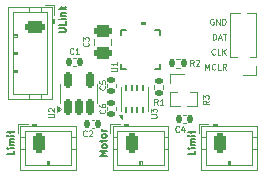
<source format=gto>
G04 #@! TF.GenerationSoftware,KiCad,Pcbnew,9.0.0*
G04 #@! TF.CreationDate,2025-03-03T20:11:52-05:00*
G04 #@! TF.ProjectId,pcb,7063622e-6b69-4636-9164-5f7063625858,rev?*
G04 #@! TF.SameCoordinates,Original*
G04 #@! TF.FileFunction,Legend,Top*
G04 #@! TF.FilePolarity,Positive*
%FSLAX46Y46*%
G04 Gerber Fmt 4.6, Leading zero omitted, Abs format (unit mm)*
G04 Created by KiCad (PCBNEW 9.0.0) date 2025-03-03 20:11:52*
%MOMM*%
%LPD*%
G01*
G04 APERTURE LIST*
G04 Aperture macros list*
%AMRoundRect*
0 Rectangle with rounded corners*
0 $1 Rounding radius*
0 $2 $3 $4 $5 $6 $7 $8 $9 X,Y pos of 4 corners*
0 Add a 4 corners polygon primitive as box body*
4,1,4,$2,$3,$4,$5,$6,$7,$8,$9,$2,$3,0*
0 Add four circle primitives for the rounded corners*
1,1,$1+$1,$2,$3*
1,1,$1+$1,$4,$5*
1,1,$1+$1,$6,$7*
1,1,$1+$1,$8,$9*
0 Add four rect primitives between the rounded corners*
20,1,$1+$1,$2,$3,$4,$5,0*
20,1,$1+$1,$4,$5,$6,$7,0*
20,1,$1+$1,$6,$7,$8,$9,0*
20,1,$1+$1,$8,$9,$2,$3,0*%
G04 Aperture macros list end*
%ADD10C,0.125000*%
%ADD11C,0.150000*%
%ADD12C,0.120000*%
%ADD13C,0.152400*%
%ADD14C,0.000000*%
%ADD15RoundRect,0.250000X-0.265000X-0.615000X0.265000X-0.615000X0.265000X0.615000X-0.265000X0.615000X0*%
%ADD16O,1.030000X1.730000*%
%ADD17R,1.000000X1.000000*%
%ADD18O,1.000000X1.000000*%
%ADD19RoundRect,0.250000X-0.615000X0.265000X-0.615000X-0.265000X0.615000X-0.265000X0.615000X0.265000X0*%
%ADD20O,1.730000X1.030000*%
%ADD21RoundRect,0.140000X0.170000X-0.140000X0.170000X0.140000X-0.170000X0.140000X-0.170000X-0.140000X0*%
%ADD22RoundRect,0.140000X0.140000X0.170000X-0.140000X0.170000X-0.140000X-0.170000X0.140000X-0.170000X0*%
%ADD23RoundRect,0.140000X-0.140000X-0.170000X0.140000X-0.170000X0.140000X0.170000X-0.140000X0.170000X0*%
%ADD24RoundRect,0.250000X-0.475000X0.250000X-0.475000X-0.250000X0.475000X-0.250000X0.475000X0.250000X0*%
%ADD25R,0.254000X0.762000*%
%ADD26R,0.762000X0.254000*%
%ADD27R,1.498600X1.498600*%
%ADD28RoundRect,0.062500X0.062500X-0.187500X0.062500X0.187500X-0.062500X0.187500X-0.062500X-0.187500X0*%
%ADD29R,1.600000X0.900000*%
%ADD30RoundRect,0.150000X0.150000X-0.512500X0.150000X0.512500X-0.150000X0.512500X-0.150000X-0.512500X0*%
%ADD31RoundRect,0.135000X0.185000X-0.135000X0.185000X0.135000X-0.185000X0.135000X-0.185000X-0.135000X0*%
%ADD32RoundRect,0.135000X-0.135000X-0.185000X0.135000X-0.185000X0.135000X0.185000X-0.135000X0.185000X0*%
G04 APERTURE END LIST*
D10*
X163474906Y-95006119D02*
X163427287Y-94982309D01*
X163427287Y-94982309D02*
X163355858Y-94982309D01*
X163355858Y-94982309D02*
X163284430Y-95006119D01*
X163284430Y-95006119D02*
X163236811Y-95053738D01*
X163236811Y-95053738D02*
X163213001Y-95101357D01*
X163213001Y-95101357D02*
X163189192Y-95196595D01*
X163189192Y-95196595D02*
X163189192Y-95268023D01*
X163189192Y-95268023D02*
X163213001Y-95363261D01*
X163213001Y-95363261D02*
X163236811Y-95410880D01*
X163236811Y-95410880D02*
X163284430Y-95458500D01*
X163284430Y-95458500D02*
X163355858Y-95482309D01*
X163355858Y-95482309D02*
X163403477Y-95482309D01*
X163403477Y-95482309D02*
X163474906Y-95458500D01*
X163474906Y-95458500D02*
X163498715Y-95434690D01*
X163498715Y-95434690D02*
X163498715Y-95268023D01*
X163498715Y-95268023D02*
X163403477Y-95268023D01*
X163713001Y-95482309D02*
X163713001Y-94982309D01*
X163713001Y-94982309D02*
X163998715Y-95482309D01*
X163998715Y-95482309D02*
X163998715Y-94982309D01*
X164236811Y-95482309D02*
X164236811Y-94982309D01*
X164236811Y-94982309D02*
X164355859Y-94982309D01*
X164355859Y-94982309D02*
X164427287Y-95006119D01*
X164427287Y-95006119D02*
X164474906Y-95053738D01*
X164474906Y-95053738D02*
X164498716Y-95101357D01*
X164498716Y-95101357D02*
X164522525Y-95196595D01*
X164522525Y-95196595D02*
X164522525Y-95268023D01*
X164522525Y-95268023D02*
X164498716Y-95363261D01*
X164498716Y-95363261D02*
X164474906Y-95410880D01*
X164474906Y-95410880D02*
X164427287Y-95458500D01*
X164427287Y-95458500D02*
X164355859Y-95482309D01*
X164355859Y-95482309D02*
X164236811Y-95482309D01*
X163427288Y-96757309D02*
X163427288Y-96257309D01*
X163427288Y-96257309D02*
X163546336Y-96257309D01*
X163546336Y-96257309D02*
X163617764Y-96281119D01*
X163617764Y-96281119D02*
X163665383Y-96328738D01*
X163665383Y-96328738D02*
X163689193Y-96376357D01*
X163689193Y-96376357D02*
X163713002Y-96471595D01*
X163713002Y-96471595D02*
X163713002Y-96543023D01*
X163713002Y-96543023D02*
X163689193Y-96638261D01*
X163689193Y-96638261D02*
X163665383Y-96685880D01*
X163665383Y-96685880D02*
X163617764Y-96733500D01*
X163617764Y-96733500D02*
X163546336Y-96757309D01*
X163546336Y-96757309D02*
X163427288Y-96757309D01*
X163903479Y-96614452D02*
X164141574Y-96614452D01*
X163855860Y-96757309D02*
X164022526Y-96257309D01*
X164022526Y-96257309D02*
X164189193Y-96757309D01*
X164284431Y-96257309D02*
X164570145Y-96257309D01*
X164427288Y-96757309D02*
X164427288Y-96257309D01*
X163617763Y-97984690D02*
X163593954Y-98008500D01*
X163593954Y-98008500D02*
X163522525Y-98032309D01*
X163522525Y-98032309D02*
X163474906Y-98032309D01*
X163474906Y-98032309D02*
X163403478Y-98008500D01*
X163403478Y-98008500D02*
X163355859Y-97960880D01*
X163355859Y-97960880D02*
X163332049Y-97913261D01*
X163332049Y-97913261D02*
X163308240Y-97818023D01*
X163308240Y-97818023D02*
X163308240Y-97746595D01*
X163308240Y-97746595D02*
X163332049Y-97651357D01*
X163332049Y-97651357D02*
X163355859Y-97603738D01*
X163355859Y-97603738D02*
X163403478Y-97556119D01*
X163403478Y-97556119D02*
X163474906Y-97532309D01*
X163474906Y-97532309D02*
X163522525Y-97532309D01*
X163522525Y-97532309D02*
X163593954Y-97556119D01*
X163593954Y-97556119D02*
X163617763Y-97579928D01*
X164070144Y-98032309D02*
X163832049Y-98032309D01*
X163832049Y-98032309D02*
X163832049Y-97532309D01*
X164236811Y-98032309D02*
X164236811Y-97532309D01*
X164522525Y-98032309D02*
X164308240Y-97746595D01*
X164522525Y-97532309D02*
X164236811Y-97818023D01*
X162785620Y-99307309D02*
X162785620Y-98807309D01*
X162785620Y-98807309D02*
X162952287Y-99164452D01*
X162952287Y-99164452D02*
X163118953Y-98807309D01*
X163118953Y-98807309D02*
X163118953Y-99307309D01*
X163642763Y-99259690D02*
X163618954Y-99283500D01*
X163618954Y-99283500D02*
X163547525Y-99307309D01*
X163547525Y-99307309D02*
X163499906Y-99307309D01*
X163499906Y-99307309D02*
X163428478Y-99283500D01*
X163428478Y-99283500D02*
X163380859Y-99235880D01*
X163380859Y-99235880D02*
X163357049Y-99188261D01*
X163357049Y-99188261D02*
X163333240Y-99093023D01*
X163333240Y-99093023D02*
X163333240Y-99021595D01*
X163333240Y-99021595D02*
X163357049Y-98926357D01*
X163357049Y-98926357D02*
X163380859Y-98878738D01*
X163380859Y-98878738D02*
X163428478Y-98831119D01*
X163428478Y-98831119D02*
X163499906Y-98807309D01*
X163499906Y-98807309D02*
X163547525Y-98807309D01*
X163547525Y-98807309D02*
X163618954Y-98831119D01*
X163618954Y-98831119D02*
X163642763Y-98854928D01*
X164095144Y-99307309D02*
X163857049Y-99307309D01*
X163857049Y-99307309D02*
X163857049Y-98807309D01*
X164547525Y-99307309D02*
X164380859Y-99069214D01*
X164261811Y-99307309D02*
X164261811Y-98807309D01*
X164261811Y-98807309D02*
X164452287Y-98807309D01*
X164452287Y-98807309D02*
X164499906Y-98831119D01*
X164499906Y-98831119D02*
X164523716Y-98854928D01*
X164523716Y-98854928D02*
X164547525Y-98902547D01*
X164547525Y-98902547D02*
X164547525Y-98973976D01*
X164547525Y-98973976D02*
X164523716Y-99021595D01*
X164523716Y-99021595D02*
X164499906Y-99045404D01*
X164499906Y-99045404D02*
X164452287Y-99069214D01*
X164452287Y-99069214D02*
X164261811Y-99069214D01*
D11*
X154443771Y-106599999D02*
X153843771Y-106599999D01*
X153843771Y-106599999D02*
X154272342Y-106399999D01*
X154272342Y-106399999D02*
X153843771Y-106199999D01*
X153843771Y-106199999D02*
X154443771Y-106199999D01*
X154443771Y-105828571D02*
X154415200Y-105885714D01*
X154415200Y-105885714D02*
X154386628Y-105914285D01*
X154386628Y-105914285D02*
X154329485Y-105942857D01*
X154329485Y-105942857D02*
X154158057Y-105942857D01*
X154158057Y-105942857D02*
X154100914Y-105914285D01*
X154100914Y-105914285D02*
X154072342Y-105885714D01*
X154072342Y-105885714D02*
X154043771Y-105828571D01*
X154043771Y-105828571D02*
X154043771Y-105742857D01*
X154043771Y-105742857D02*
X154072342Y-105685714D01*
X154072342Y-105685714D02*
X154100914Y-105657143D01*
X154100914Y-105657143D02*
X154158057Y-105628571D01*
X154158057Y-105628571D02*
X154329485Y-105628571D01*
X154329485Y-105628571D02*
X154386628Y-105657143D01*
X154386628Y-105657143D02*
X154415200Y-105685714D01*
X154415200Y-105685714D02*
X154443771Y-105742857D01*
X154443771Y-105742857D02*
X154443771Y-105828571D01*
X154043771Y-105457143D02*
X154043771Y-105228571D01*
X153843771Y-105371428D02*
X154358057Y-105371428D01*
X154358057Y-105371428D02*
X154415200Y-105342857D01*
X154415200Y-105342857D02*
X154443771Y-105285714D01*
X154443771Y-105285714D02*
X154443771Y-105228571D01*
X154443771Y-104942857D02*
X154415200Y-105000000D01*
X154415200Y-105000000D02*
X154386628Y-105028571D01*
X154386628Y-105028571D02*
X154329485Y-105057143D01*
X154329485Y-105057143D02*
X154158057Y-105057143D01*
X154158057Y-105057143D02*
X154100914Y-105028571D01*
X154100914Y-105028571D02*
X154072342Y-105000000D01*
X154072342Y-105000000D02*
X154043771Y-104942857D01*
X154043771Y-104942857D02*
X154043771Y-104857143D01*
X154043771Y-104857143D02*
X154072342Y-104800000D01*
X154072342Y-104800000D02*
X154100914Y-104771429D01*
X154100914Y-104771429D02*
X154158057Y-104742857D01*
X154158057Y-104742857D02*
X154329485Y-104742857D01*
X154329485Y-104742857D02*
X154386628Y-104771429D01*
X154386628Y-104771429D02*
X154415200Y-104800000D01*
X154415200Y-104800000D02*
X154443771Y-104857143D01*
X154443771Y-104857143D02*
X154443771Y-104942857D01*
X154443771Y-104485714D02*
X154043771Y-104485714D01*
X154158057Y-104485714D02*
X154100914Y-104457143D01*
X154100914Y-104457143D02*
X154072342Y-104428572D01*
X154072342Y-104428572D02*
X154043771Y-104371429D01*
X154043771Y-104371429D02*
X154043771Y-104314286D01*
X161943771Y-106171427D02*
X161943771Y-106457141D01*
X161943771Y-106457141D02*
X161343771Y-106457141D01*
X161943771Y-105971427D02*
X161543771Y-105971427D01*
X161343771Y-105971427D02*
X161372342Y-105999999D01*
X161372342Y-105999999D02*
X161400914Y-105971427D01*
X161400914Y-105971427D02*
X161372342Y-105942856D01*
X161372342Y-105942856D02*
X161343771Y-105971427D01*
X161343771Y-105971427D02*
X161400914Y-105971427D01*
X161943771Y-105685713D02*
X161543771Y-105685713D01*
X161600914Y-105685713D02*
X161572342Y-105657142D01*
X161572342Y-105657142D02*
X161543771Y-105599999D01*
X161543771Y-105599999D02*
X161543771Y-105514285D01*
X161543771Y-105514285D02*
X161572342Y-105457142D01*
X161572342Y-105457142D02*
X161629485Y-105428571D01*
X161629485Y-105428571D02*
X161943771Y-105428571D01*
X161629485Y-105428571D02*
X161572342Y-105399999D01*
X161572342Y-105399999D02*
X161543771Y-105342856D01*
X161543771Y-105342856D02*
X161543771Y-105257142D01*
X161543771Y-105257142D02*
X161572342Y-105199999D01*
X161572342Y-105199999D02*
X161629485Y-105171428D01*
X161629485Y-105171428D02*
X161943771Y-105171428D01*
X161943771Y-104885713D02*
X161543771Y-104885713D01*
X161343771Y-104885713D02*
X161372342Y-104914285D01*
X161372342Y-104914285D02*
X161400914Y-104885713D01*
X161400914Y-104885713D02*
X161372342Y-104857142D01*
X161372342Y-104857142D02*
X161343771Y-104885713D01*
X161343771Y-104885713D02*
X161400914Y-104885713D01*
X161543771Y-104685714D02*
X161543771Y-104457142D01*
X161343771Y-104599999D02*
X161858057Y-104599999D01*
X161858057Y-104599999D02*
X161915200Y-104571428D01*
X161915200Y-104571428D02*
X161943771Y-104514285D01*
X161943771Y-104514285D02*
X161943771Y-104457142D01*
X146618771Y-106171427D02*
X146618771Y-106457141D01*
X146618771Y-106457141D02*
X146018771Y-106457141D01*
X146618771Y-105971427D02*
X146218771Y-105971427D01*
X146018771Y-105971427D02*
X146047342Y-105999999D01*
X146047342Y-105999999D02*
X146075914Y-105971427D01*
X146075914Y-105971427D02*
X146047342Y-105942856D01*
X146047342Y-105942856D02*
X146018771Y-105971427D01*
X146018771Y-105971427D02*
X146075914Y-105971427D01*
X146618771Y-105685713D02*
X146218771Y-105685713D01*
X146275914Y-105685713D02*
X146247342Y-105657142D01*
X146247342Y-105657142D02*
X146218771Y-105599999D01*
X146218771Y-105599999D02*
X146218771Y-105514285D01*
X146218771Y-105514285D02*
X146247342Y-105457142D01*
X146247342Y-105457142D02*
X146304485Y-105428571D01*
X146304485Y-105428571D02*
X146618771Y-105428571D01*
X146304485Y-105428571D02*
X146247342Y-105399999D01*
X146247342Y-105399999D02*
X146218771Y-105342856D01*
X146218771Y-105342856D02*
X146218771Y-105257142D01*
X146218771Y-105257142D02*
X146247342Y-105199999D01*
X146247342Y-105199999D02*
X146304485Y-105171428D01*
X146304485Y-105171428D02*
X146618771Y-105171428D01*
X146618771Y-104885713D02*
X146218771Y-104885713D01*
X146018771Y-104885713D02*
X146047342Y-104914285D01*
X146047342Y-104914285D02*
X146075914Y-104885713D01*
X146075914Y-104885713D02*
X146047342Y-104857142D01*
X146047342Y-104857142D02*
X146018771Y-104885713D01*
X146018771Y-104885713D02*
X146075914Y-104885713D01*
X146218771Y-104685714D02*
X146218771Y-104457142D01*
X146018771Y-104599999D02*
X146533057Y-104599999D01*
X146533057Y-104599999D02*
X146590200Y-104571428D01*
X146590200Y-104571428D02*
X146618771Y-104514285D01*
X146618771Y-104514285D02*
X146618771Y-104457142D01*
X150368771Y-96133458D02*
X150854485Y-96133458D01*
X150854485Y-96133458D02*
X150911628Y-96104887D01*
X150911628Y-96104887D02*
X150940200Y-96076316D01*
X150940200Y-96076316D02*
X150968771Y-96019173D01*
X150968771Y-96019173D02*
X150968771Y-95904887D01*
X150968771Y-95904887D02*
X150940200Y-95847744D01*
X150940200Y-95847744D02*
X150911628Y-95819173D01*
X150911628Y-95819173D02*
X150854485Y-95790601D01*
X150854485Y-95790601D02*
X150368771Y-95790601D01*
X150968771Y-95219173D02*
X150968771Y-95504887D01*
X150968771Y-95504887D02*
X150368771Y-95504887D01*
X150968771Y-95019173D02*
X150568771Y-95019173D01*
X150368771Y-95019173D02*
X150397342Y-95047745D01*
X150397342Y-95047745D02*
X150425914Y-95019173D01*
X150425914Y-95019173D02*
X150397342Y-94990602D01*
X150397342Y-94990602D02*
X150368771Y-95019173D01*
X150368771Y-95019173D02*
X150425914Y-95019173D01*
X150568771Y-94733459D02*
X150968771Y-94733459D01*
X150625914Y-94733459D02*
X150597342Y-94704888D01*
X150597342Y-94704888D02*
X150568771Y-94647745D01*
X150568771Y-94647745D02*
X150568771Y-94562031D01*
X150568771Y-94562031D02*
X150597342Y-94504888D01*
X150597342Y-94504888D02*
X150654485Y-94476317D01*
X150654485Y-94476317D02*
X150968771Y-94476317D01*
X150968771Y-94190602D02*
X150368771Y-94190602D01*
X150740200Y-94133460D02*
X150968771Y-93962031D01*
X150568771Y-93962031D02*
X150797342Y-94190602D01*
D10*
X163074809Y-101933333D02*
X162836714Y-102099999D01*
X163074809Y-102219047D02*
X162574809Y-102219047D01*
X162574809Y-102219047D02*
X162574809Y-102028571D01*
X162574809Y-102028571D02*
X162598619Y-101980952D01*
X162598619Y-101980952D02*
X162622428Y-101957142D01*
X162622428Y-101957142D02*
X162670047Y-101933333D01*
X162670047Y-101933333D02*
X162741476Y-101933333D01*
X162741476Y-101933333D02*
X162789095Y-101957142D01*
X162789095Y-101957142D02*
X162812904Y-101980952D01*
X162812904Y-101980952D02*
X162836714Y-102028571D01*
X162836714Y-102028571D02*
X162836714Y-102219047D01*
X162574809Y-101766666D02*
X162574809Y-101457142D01*
X162574809Y-101457142D02*
X162765285Y-101623809D01*
X162765285Y-101623809D02*
X162765285Y-101552380D01*
X162765285Y-101552380D02*
X162789095Y-101504761D01*
X162789095Y-101504761D02*
X162812904Y-101480952D01*
X162812904Y-101480952D02*
X162860523Y-101457142D01*
X162860523Y-101457142D02*
X162979571Y-101457142D01*
X162979571Y-101457142D02*
X163027190Y-101480952D01*
X163027190Y-101480952D02*
X163051000Y-101504761D01*
X163051000Y-101504761D02*
X163074809Y-101552380D01*
X163074809Y-101552380D02*
X163074809Y-101695237D01*
X163074809Y-101695237D02*
X163051000Y-101742856D01*
X163051000Y-101742856D02*
X163027190Y-101766666D01*
X154277190Y-102683333D02*
X154301000Y-102707142D01*
X154301000Y-102707142D02*
X154324809Y-102778571D01*
X154324809Y-102778571D02*
X154324809Y-102826190D01*
X154324809Y-102826190D02*
X154301000Y-102897618D01*
X154301000Y-102897618D02*
X154253380Y-102945237D01*
X154253380Y-102945237D02*
X154205761Y-102969047D01*
X154205761Y-102969047D02*
X154110523Y-102992856D01*
X154110523Y-102992856D02*
X154039095Y-102992856D01*
X154039095Y-102992856D02*
X153943857Y-102969047D01*
X153943857Y-102969047D02*
X153896238Y-102945237D01*
X153896238Y-102945237D02*
X153848619Y-102897618D01*
X153848619Y-102897618D02*
X153824809Y-102826190D01*
X153824809Y-102826190D02*
X153824809Y-102778571D01*
X153824809Y-102778571D02*
X153848619Y-102707142D01*
X153848619Y-102707142D02*
X153872428Y-102683333D01*
X153824809Y-102254761D02*
X153824809Y-102349999D01*
X153824809Y-102349999D02*
X153848619Y-102397618D01*
X153848619Y-102397618D02*
X153872428Y-102421428D01*
X153872428Y-102421428D02*
X153943857Y-102469047D01*
X153943857Y-102469047D02*
X154039095Y-102492856D01*
X154039095Y-102492856D02*
X154229571Y-102492856D01*
X154229571Y-102492856D02*
X154277190Y-102469047D01*
X154277190Y-102469047D02*
X154301000Y-102445237D01*
X154301000Y-102445237D02*
X154324809Y-102397618D01*
X154324809Y-102397618D02*
X154324809Y-102302380D01*
X154324809Y-102302380D02*
X154301000Y-102254761D01*
X154301000Y-102254761D02*
X154277190Y-102230952D01*
X154277190Y-102230952D02*
X154229571Y-102207142D01*
X154229571Y-102207142D02*
X154110523Y-102207142D01*
X154110523Y-102207142D02*
X154062904Y-102230952D01*
X154062904Y-102230952D02*
X154039095Y-102254761D01*
X154039095Y-102254761D02*
X154015285Y-102302380D01*
X154015285Y-102302380D02*
X154015285Y-102397618D01*
X154015285Y-102397618D02*
X154039095Y-102445237D01*
X154039095Y-102445237D02*
X154062904Y-102469047D01*
X154062904Y-102469047D02*
X154110523Y-102492856D01*
X152741666Y-104902190D02*
X152717857Y-104926000D01*
X152717857Y-104926000D02*
X152646428Y-104949809D01*
X152646428Y-104949809D02*
X152598809Y-104949809D01*
X152598809Y-104949809D02*
X152527381Y-104926000D01*
X152527381Y-104926000D02*
X152479762Y-104878380D01*
X152479762Y-104878380D02*
X152455952Y-104830761D01*
X152455952Y-104830761D02*
X152432143Y-104735523D01*
X152432143Y-104735523D02*
X152432143Y-104664095D01*
X152432143Y-104664095D02*
X152455952Y-104568857D01*
X152455952Y-104568857D02*
X152479762Y-104521238D01*
X152479762Y-104521238D02*
X152527381Y-104473619D01*
X152527381Y-104473619D02*
X152598809Y-104449809D01*
X152598809Y-104449809D02*
X152646428Y-104449809D01*
X152646428Y-104449809D02*
X152717857Y-104473619D01*
X152717857Y-104473619D02*
X152741666Y-104497428D01*
X152932143Y-104497428D02*
X152955952Y-104473619D01*
X152955952Y-104473619D02*
X153003571Y-104449809D01*
X153003571Y-104449809D02*
X153122619Y-104449809D01*
X153122619Y-104449809D02*
X153170238Y-104473619D01*
X153170238Y-104473619D02*
X153194047Y-104497428D01*
X153194047Y-104497428D02*
X153217857Y-104545047D01*
X153217857Y-104545047D02*
X153217857Y-104592666D01*
X153217857Y-104592666D02*
X153194047Y-104664095D01*
X153194047Y-104664095D02*
X152908333Y-104949809D01*
X152908333Y-104949809D02*
X153217857Y-104949809D01*
X151616666Y-97927190D02*
X151592857Y-97951000D01*
X151592857Y-97951000D02*
X151521428Y-97974809D01*
X151521428Y-97974809D02*
X151473809Y-97974809D01*
X151473809Y-97974809D02*
X151402381Y-97951000D01*
X151402381Y-97951000D02*
X151354762Y-97903380D01*
X151354762Y-97903380D02*
X151330952Y-97855761D01*
X151330952Y-97855761D02*
X151307143Y-97760523D01*
X151307143Y-97760523D02*
X151307143Y-97689095D01*
X151307143Y-97689095D02*
X151330952Y-97593857D01*
X151330952Y-97593857D02*
X151354762Y-97546238D01*
X151354762Y-97546238D02*
X151402381Y-97498619D01*
X151402381Y-97498619D02*
X151473809Y-97474809D01*
X151473809Y-97474809D02*
X151521428Y-97474809D01*
X151521428Y-97474809D02*
X151592857Y-97498619D01*
X151592857Y-97498619D02*
X151616666Y-97522428D01*
X152092857Y-97974809D02*
X151807143Y-97974809D01*
X151950000Y-97974809D02*
X151950000Y-97474809D01*
X151950000Y-97474809D02*
X151902381Y-97546238D01*
X151902381Y-97546238D02*
X151854762Y-97593857D01*
X151854762Y-97593857D02*
X151807143Y-97617666D01*
X152877190Y-97033333D02*
X152901000Y-97057142D01*
X152901000Y-97057142D02*
X152924809Y-97128571D01*
X152924809Y-97128571D02*
X152924809Y-97176190D01*
X152924809Y-97176190D02*
X152901000Y-97247618D01*
X152901000Y-97247618D02*
X152853380Y-97295237D01*
X152853380Y-97295237D02*
X152805761Y-97319047D01*
X152805761Y-97319047D02*
X152710523Y-97342856D01*
X152710523Y-97342856D02*
X152639095Y-97342856D01*
X152639095Y-97342856D02*
X152543857Y-97319047D01*
X152543857Y-97319047D02*
X152496238Y-97295237D01*
X152496238Y-97295237D02*
X152448619Y-97247618D01*
X152448619Y-97247618D02*
X152424809Y-97176190D01*
X152424809Y-97176190D02*
X152424809Y-97128571D01*
X152424809Y-97128571D02*
X152448619Y-97057142D01*
X152448619Y-97057142D02*
X152472428Y-97033333D01*
X152424809Y-96866666D02*
X152424809Y-96557142D01*
X152424809Y-96557142D02*
X152615285Y-96723809D01*
X152615285Y-96723809D02*
X152615285Y-96652380D01*
X152615285Y-96652380D02*
X152639095Y-96604761D01*
X152639095Y-96604761D02*
X152662904Y-96580952D01*
X152662904Y-96580952D02*
X152710523Y-96557142D01*
X152710523Y-96557142D02*
X152829571Y-96557142D01*
X152829571Y-96557142D02*
X152877190Y-96580952D01*
X152877190Y-96580952D02*
X152901000Y-96604761D01*
X152901000Y-96604761D02*
X152924809Y-96652380D01*
X152924809Y-96652380D02*
X152924809Y-96795237D01*
X152924809Y-96795237D02*
X152901000Y-96842856D01*
X152901000Y-96842856D02*
X152877190Y-96866666D01*
X154824809Y-99430952D02*
X155229571Y-99430952D01*
X155229571Y-99430952D02*
X155277190Y-99407142D01*
X155277190Y-99407142D02*
X155301000Y-99383333D01*
X155301000Y-99383333D02*
X155324809Y-99335714D01*
X155324809Y-99335714D02*
X155324809Y-99240476D01*
X155324809Y-99240476D02*
X155301000Y-99192857D01*
X155301000Y-99192857D02*
X155277190Y-99169047D01*
X155277190Y-99169047D02*
X155229571Y-99145238D01*
X155229571Y-99145238D02*
X154824809Y-99145238D01*
X155324809Y-98645237D02*
X155324809Y-98930951D01*
X155324809Y-98788094D02*
X154824809Y-98788094D01*
X154824809Y-98788094D02*
X154896238Y-98835713D01*
X154896238Y-98835713D02*
X154943857Y-98883332D01*
X154943857Y-98883332D02*
X154967666Y-98930951D01*
X154277190Y-100683333D02*
X154301000Y-100707142D01*
X154301000Y-100707142D02*
X154324809Y-100778571D01*
X154324809Y-100778571D02*
X154324809Y-100826190D01*
X154324809Y-100826190D02*
X154301000Y-100897618D01*
X154301000Y-100897618D02*
X154253380Y-100945237D01*
X154253380Y-100945237D02*
X154205761Y-100969047D01*
X154205761Y-100969047D02*
X154110523Y-100992856D01*
X154110523Y-100992856D02*
X154039095Y-100992856D01*
X154039095Y-100992856D02*
X153943857Y-100969047D01*
X153943857Y-100969047D02*
X153896238Y-100945237D01*
X153896238Y-100945237D02*
X153848619Y-100897618D01*
X153848619Y-100897618D02*
X153824809Y-100826190D01*
X153824809Y-100826190D02*
X153824809Y-100778571D01*
X153824809Y-100778571D02*
X153848619Y-100707142D01*
X153848619Y-100707142D02*
X153872428Y-100683333D01*
X153824809Y-100230952D02*
X153824809Y-100469047D01*
X153824809Y-100469047D02*
X154062904Y-100492856D01*
X154062904Y-100492856D02*
X154039095Y-100469047D01*
X154039095Y-100469047D02*
X154015285Y-100421428D01*
X154015285Y-100421428D02*
X154015285Y-100302380D01*
X154015285Y-100302380D02*
X154039095Y-100254761D01*
X154039095Y-100254761D02*
X154062904Y-100230952D01*
X154062904Y-100230952D02*
X154110523Y-100207142D01*
X154110523Y-100207142D02*
X154229571Y-100207142D01*
X154229571Y-100207142D02*
X154277190Y-100230952D01*
X154277190Y-100230952D02*
X154301000Y-100254761D01*
X154301000Y-100254761D02*
X154324809Y-100302380D01*
X154324809Y-100302380D02*
X154324809Y-100421428D01*
X154324809Y-100421428D02*
X154301000Y-100469047D01*
X154301000Y-100469047D02*
X154277190Y-100492856D01*
X158174809Y-103380952D02*
X158579571Y-103380952D01*
X158579571Y-103380952D02*
X158627190Y-103357142D01*
X158627190Y-103357142D02*
X158651000Y-103333333D01*
X158651000Y-103333333D02*
X158674809Y-103285714D01*
X158674809Y-103285714D02*
X158674809Y-103190476D01*
X158674809Y-103190476D02*
X158651000Y-103142857D01*
X158651000Y-103142857D02*
X158627190Y-103119047D01*
X158627190Y-103119047D02*
X158579571Y-103095238D01*
X158579571Y-103095238D02*
X158174809Y-103095238D01*
X158174809Y-102904761D02*
X158174809Y-102595237D01*
X158174809Y-102595237D02*
X158365285Y-102761904D01*
X158365285Y-102761904D02*
X158365285Y-102690475D01*
X158365285Y-102690475D02*
X158389095Y-102642856D01*
X158389095Y-102642856D02*
X158412904Y-102619047D01*
X158412904Y-102619047D02*
X158460523Y-102595237D01*
X158460523Y-102595237D02*
X158579571Y-102595237D01*
X158579571Y-102595237D02*
X158627190Y-102619047D01*
X158627190Y-102619047D02*
X158651000Y-102642856D01*
X158651000Y-102642856D02*
X158674809Y-102690475D01*
X158674809Y-102690475D02*
X158674809Y-102833332D01*
X158674809Y-102833332D02*
X158651000Y-102880951D01*
X158651000Y-102880951D02*
X158627190Y-102904761D01*
X149474809Y-103330952D02*
X149879571Y-103330952D01*
X149879571Y-103330952D02*
X149927190Y-103307142D01*
X149927190Y-103307142D02*
X149951000Y-103283333D01*
X149951000Y-103283333D02*
X149974809Y-103235714D01*
X149974809Y-103235714D02*
X149974809Y-103140476D01*
X149974809Y-103140476D02*
X149951000Y-103092857D01*
X149951000Y-103092857D02*
X149927190Y-103069047D01*
X149927190Y-103069047D02*
X149879571Y-103045238D01*
X149879571Y-103045238D02*
X149474809Y-103045238D01*
X149522428Y-102830951D02*
X149498619Y-102807142D01*
X149498619Y-102807142D02*
X149474809Y-102759523D01*
X149474809Y-102759523D02*
X149474809Y-102640475D01*
X149474809Y-102640475D02*
X149498619Y-102592856D01*
X149498619Y-102592856D02*
X149522428Y-102569047D01*
X149522428Y-102569047D02*
X149570047Y-102545237D01*
X149570047Y-102545237D02*
X149617666Y-102545237D01*
X149617666Y-102545237D02*
X149689095Y-102569047D01*
X149689095Y-102569047D02*
X149974809Y-102854761D01*
X149974809Y-102854761D02*
X149974809Y-102545237D01*
X160566666Y-104527190D02*
X160542857Y-104551000D01*
X160542857Y-104551000D02*
X160471428Y-104574809D01*
X160471428Y-104574809D02*
X160423809Y-104574809D01*
X160423809Y-104574809D02*
X160352381Y-104551000D01*
X160352381Y-104551000D02*
X160304762Y-104503380D01*
X160304762Y-104503380D02*
X160280952Y-104455761D01*
X160280952Y-104455761D02*
X160257143Y-104360523D01*
X160257143Y-104360523D02*
X160257143Y-104289095D01*
X160257143Y-104289095D02*
X160280952Y-104193857D01*
X160280952Y-104193857D02*
X160304762Y-104146238D01*
X160304762Y-104146238D02*
X160352381Y-104098619D01*
X160352381Y-104098619D02*
X160423809Y-104074809D01*
X160423809Y-104074809D02*
X160471428Y-104074809D01*
X160471428Y-104074809D02*
X160542857Y-104098619D01*
X160542857Y-104098619D02*
X160566666Y-104122428D01*
X160995238Y-104241476D02*
X160995238Y-104574809D01*
X160876190Y-104051000D02*
X160757143Y-104408142D01*
X160757143Y-104408142D02*
X161066666Y-104408142D01*
X158766666Y-102274809D02*
X158600000Y-102036714D01*
X158480952Y-102274809D02*
X158480952Y-101774809D01*
X158480952Y-101774809D02*
X158671428Y-101774809D01*
X158671428Y-101774809D02*
X158719047Y-101798619D01*
X158719047Y-101798619D02*
X158742857Y-101822428D01*
X158742857Y-101822428D02*
X158766666Y-101870047D01*
X158766666Y-101870047D02*
X158766666Y-101941476D01*
X158766666Y-101941476D02*
X158742857Y-101989095D01*
X158742857Y-101989095D02*
X158719047Y-102012904D01*
X158719047Y-102012904D02*
X158671428Y-102036714D01*
X158671428Y-102036714D02*
X158480952Y-102036714D01*
X159242857Y-102274809D02*
X158957143Y-102274809D01*
X159100000Y-102274809D02*
X159100000Y-101774809D01*
X159100000Y-101774809D02*
X159052381Y-101846238D01*
X159052381Y-101846238D02*
X159004762Y-101893857D01*
X159004762Y-101893857D02*
X158957143Y-101917666D01*
X161816666Y-98974809D02*
X161650000Y-98736714D01*
X161530952Y-98974809D02*
X161530952Y-98474809D01*
X161530952Y-98474809D02*
X161721428Y-98474809D01*
X161721428Y-98474809D02*
X161769047Y-98498619D01*
X161769047Y-98498619D02*
X161792857Y-98522428D01*
X161792857Y-98522428D02*
X161816666Y-98570047D01*
X161816666Y-98570047D02*
X161816666Y-98641476D01*
X161816666Y-98641476D02*
X161792857Y-98689095D01*
X161792857Y-98689095D02*
X161769047Y-98712904D01*
X161769047Y-98712904D02*
X161721428Y-98736714D01*
X161721428Y-98736714D02*
X161530952Y-98736714D01*
X162007143Y-98522428D02*
X162030952Y-98498619D01*
X162030952Y-98498619D02*
X162078571Y-98474809D01*
X162078571Y-98474809D02*
X162197619Y-98474809D01*
X162197619Y-98474809D02*
X162245238Y-98498619D01*
X162245238Y-98498619D02*
X162269047Y-98522428D01*
X162269047Y-98522428D02*
X162292857Y-98570047D01*
X162292857Y-98570047D02*
X162292857Y-98617666D01*
X162292857Y-98617666D02*
X162269047Y-98689095D01*
X162269047Y-98689095D02*
X161983333Y-98974809D01*
X161983333Y-98974809D02*
X162292857Y-98974809D01*
D12*
X154940000Y-104090000D02*
X154940000Y-107810000D01*
X154940000Y-107810000D02*
X159660000Y-107810000D01*
X159660000Y-107810000D02*
X159660000Y-104090000D01*
X159660000Y-104090000D02*
X154940000Y-104090000D01*
X156250000Y-104090000D02*
X156250000Y-103890000D01*
X156250000Y-103890000D02*
X155950000Y-103890000D01*
X155950000Y-103890000D02*
X155950000Y-104090000D01*
X156250000Y-103990000D02*
X155950000Y-103990000D01*
X155340000Y-104490000D02*
X155340000Y-107410000D01*
X155340000Y-107410000D02*
X159260000Y-107410000D01*
X159260000Y-107410000D02*
X159260000Y-104490000D01*
X159260000Y-104490000D02*
X155340000Y-104490000D01*
X154940000Y-105000000D02*
X155340000Y-105000000D01*
X154940000Y-106000000D02*
X155340000Y-106000000D01*
X159660000Y-105000000D02*
X159260000Y-105000000D01*
X159660000Y-106000000D02*
X159260000Y-106000000D01*
X157200000Y-107410000D02*
X157200000Y-107010000D01*
X157200000Y-107010000D02*
X157400000Y-107010000D01*
X157400000Y-107010000D02*
X157400000Y-107410000D01*
X157300000Y-107410000D02*
X157300000Y-107010000D01*
X155540000Y-103890000D02*
X154740000Y-103890000D01*
X154740000Y-103890000D02*
X154740000Y-104690000D01*
X167110000Y-99780000D02*
X166000000Y-99780000D01*
X167110000Y-99020000D02*
X167110000Y-99780000D01*
X167110000Y-98260000D02*
X167110000Y-94515000D01*
X167110000Y-98260000D02*
X166563471Y-98260000D01*
X167110000Y-94515000D02*
X166307530Y-94515000D01*
X165692470Y-94515000D02*
X164890000Y-94515000D01*
X165436529Y-98260000D02*
X164890000Y-98260000D01*
X164890000Y-98260000D02*
X164890000Y-94515000D01*
X159840000Y-99690000D02*
X160950000Y-99690000D01*
X159840000Y-100450000D02*
X159840000Y-99690000D01*
X159840000Y-101210000D02*
X159840000Y-102415000D01*
X159840000Y-101210000D02*
X160386529Y-101210000D01*
X159840000Y-102415000D02*
X160642470Y-102415000D01*
X161257530Y-102415000D02*
X162060000Y-102415000D01*
X161513471Y-101210000D02*
X162060000Y-101210000D01*
X162060000Y-101210000D02*
X162060000Y-102415000D01*
X146090000Y-94040000D02*
X146090000Y-101760000D01*
X146090000Y-101760000D02*
X149810000Y-101760000D01*
X146490000Y-94440000D02*
X146490000Y-101360000D01*
X146490000Y-96300000D02*
X146890000Y-96300000D01*
X146490000Y-96400000D02*
X146890000Y-96400000D01*
X146490000Y-97800000D02*
X146890000Y-97800000D01*
X146490000Y-97900000D02*
X146890000Y-97900000D01*
X146490000Y-99300000D02*
X146890000Y-99300000D01*
X146490000Y-99400000D02*
X146890000Y-99400000D01*
X146490000Y-101360000D02*
X149410000Y-101360000D01*
X146890000Y-96300000D02*
X146890000Y-96500000D01*
X146890000Y-96500000D02*
X146490000Y-96500000D01*
X146890000Y-97800000D02*
X146890000Y-98000000D01*
X146890000Y-98000000D02*
X146490000Y-98000000D01*
X146890000Y-99300000D02*
X146890000Y-99500000D01*
X146890000Y-99500000D02*
X146490000Y-99500000D01*
X147900000Y-94040000D02*
X147900000Y-94440000D01*
X147900000Y-101760000D02*
X147900000Y-101360000D01*
X148900000Y-94040000D02*
X148900000Y-94440000D01*
X148900000Y-101760000D02*
X148900000Y-101360000D01*
X149410000Y-94440000D02*
X146490000Y-94440000D01*
X149410000Y-101360000D02*
X149410000Y-94440000D01*
X149810000Y-94040000D02*
X146090000Y-94040000D01*
X149810000Y-95350000D02*
X150010000Y-95350000D01*
X149810000Y-101760000D02*
X149810000Y-94040000D01*
X149910000Y-95350000D02*
X149910000Y-95050000D01*
X150010000Y-93840000D02*
X149210000Y-93840000D01*
X150010000Y-94640000D02*
X150010000Y-93840000D01*
X150010000Y-95050000D02*
X149810000Y-95050000D01*
X150010000Y-95350000D02*
X150010000Y-95050000D01*
X146940000Y-103890000D02*
X146940000Y-104690000D01*
X147140000Y-104090000D02*
X147140000Y-107810000D01*
X147140000Y-105000000D02*
X147540000Y-105000000D01*
X147140000Y-106000000D02*
X147540000Y-106000000D01*
X147140000Y-107810000D02*
X151860000Y-107810000D01*
X147540000Y-104490000D02*
X147540000Y-107410000D01*
X147540000Y-107410000D02*
X151460000Y-107410000D01*
X147740000Y-103890000D02*
X146940000Y-103890000D01*
X148150000Y-103890000D02*
X148150000Y-104090000D01*
X148450000Y-103890000D02*
X148150000Y-103890000D01*
X148450000Y-103990000D02*
X148150000Y-103990000D01*
X148450000Y-104090000D02*
X148450000Y-103890000D01*
X149400000Y-107010000D02*
X149600000Y-107010000D01*
X149400000Y-107410000D02*
X149400000Y-107010000D01*
X149500000Y-107410000D02*
X149500000Y-107010000D01*
X149600000Y-107010000D02*
X149600000Y-107410000D01*
X151460000Y-104490000D02*
X147540000Y-104490000D01*
X151460000Y-107410000D02*
X151460000Y-104490000D01*
X151860000Y-104090000D02*
X147140000Y-104090000D01*
X151860000Y-105000000D02*
X151460000Y-105000000D01*
X151860000Y-106000000D02*
X151460000Y-106000000D01*
X151860000Y-107810000D02*
X151860000Y-104090000D01*
X154490000Y-102707836D02*
X154490000Y-102492164D01*
X155210000Y-102707836D02*
X155210000Y-102492164D01*
X162240000Y-103890000D02*
X162240000Y-104690000D01*
X162440000Y-104090000D02*
X162440000Y-107810000D01*
X162440000Y-105000000D02*
X162840000Y-105000000D01*
X162440000Y-106000000D02*
X162840000Y-106000000D01*
X162440000Y-107810000D02*
X167160000Y-107810000D01*
X162840000Y-104490000D02*
X162840000Y-107410000D01*
X162840000Y-107410000D02*
X166760000Y-107410000D01*
X163040000Y-103890000D02*
X162240000Y-103890000D01*
X163450000Y-103890000D02*
X163450000Y-104090000D01*
X163750000Y-103890000D02*
X163450000Y-103890000D01*
X163750000Y-103990000D02*
X163450000Y-103990000D01*
X163750000Y-104090000D02*
X163750000Y-103890000D01*
X164700000Y-107010000D02*
X164900000Y-107010000D01*
X164700000Y-107410000D02*
X164700000Y-107010000D01*
X164800000Y-107410000D02*
X164800000Y-107010000D01*
X164900000Y-107010000D02*
X164900000Y-107410000D01*
X166760000Y-104490000D02*
X162840000Y-104490000D01*
X166760000Y-107410000D02*
X166760000Y-104490000D01*
X167160000Y-104090000D02*
X162440000Y-104090000D01*
X167160000Y-105000000D02*
X166760000Y-105000000D01*
X167160000Y-106000000D02*
X166760000Y-106000000D01*
X167160000Y-107810000D02*
X167160000Y-104090000D01*
X153377836Y-104260000D02*
X153162164Y-104260000D01*
X153377836Y-103540000D02*
X153162164Y-103540000D01*
X151592164Y-98290000D02*
X151807836Y-98290000D01*
X151592164Y-99010000D02*
X151807836Y-99010000D01*
X154835000Y-96688748D02*
X154835000Y-97211252D01*
X153365000Y-96688748D02*
X153365000Y-97211252D01*
D13*
X155674400Y-95974400D02*
X155674400Y-96390259D01*
X155674400Y-98809741D02*
X155674400Y-99225600D01*
X155674400Y-99225600D02*
X156090259Y-99225600D01*
X156090259Y-95974400D02*
X155674400Y-95974400D01*
X158509741Y-99225600D02*
X158925600Y-99225600D01*
X158925600Y-95974400D02*
X158509741Y-95974400D01*
X158925600Y-96390259D02*
X158925600Y-95974400D01*
X158925600Y-99225600D02*
X158925600Y-98809741D01*
D14*
G36*
X157740500Y-95542600D02*
G01*
X157359499Y-95542600D01*
X157359499Y-95288600D01*
X157740500Y-95288600D01*
X157740500Y-95542600D01*
G37*
D12*
X154490000Y-100737836D02*
X154490000Y-100522164D01*
X155210000Y-100737836D02*
X155210000Y-100522164D01*
X155660000Y-102810000D02*
X155660000Y-100810000D01*
X157940000Y-102800000D02*
X157940000Y-100800000D01*
X155730000Y-103450000D02*
X155450000Y-103170000D01*
X155730000Y-103170000D01*
X155730000Y-103450000D01*
G36*
X155730000Y-103450000D02*
G01*
X155450000Y-103170000D01*
X155730000Y-103170000D01*
X155730000Y-103450000D01*
G37*
X150527500Y-101350000D02*
X150527500Y-100550000D01*
X150527500Y-101350000D02*
X150527500Y-102150000D01*
X153647500Y-101350000D02*
X153647500Y-100550000D01*
X153647500Y-101350000D02*
X153647500Y-102150000D01*
X150577500Y-102650000D02*
X150247500Y-102890000D01*
X150247500Y-102410000D01*
X150577500Y-102650000D01*
G36*
X150577500Y-102650000D02*
G01*
X150247500Y-102890000D01*
X150247500Y-102410000D01*
X150577500Y-102650000D01*
G37*
X160942164Y-103140000D02*
X161157836Y-103140000D01*
X160942164Y-103860000D02*
X161157836Y-103860000D01*
X158470000Y-100903641D02*
X158470000Y-100596359D01*
X159230000Y-100903641D02*
X159230000Y-100596359D01*
X160346359Y-98370000D02*
X160653641Y-98370000D01*
X160346359Y-99130000D02*
X160653641Y-99130000D01*
%LPC*%
D15*
X156550000Y-105500000D03*
D16*
X158050000Y-105500000D03*
D17*
X166000000Y-99020000D03*
D18*
X166000000Y-97750000D03*
X166000000Y-96480000D03*
X166000000Y-95210000D03*
D17*
X160950000Y-100450000D03*
D18*
X160950000Y-101720000D03*
D19*
X148400000Y-95650000D03*
D20*
X148400000Y-97150000D03*
X148400000Y-98650000D03*
X148400000Y-100150000D03*
D15*
X148750000Y-105500000D03*
D16*
X150250000Y-105500000D03*
D21*
X154850000Y-103080000D03*
X154850000Y-102120000D03*
D15*
X164050000Y-105500000D03*
D16*
X165550000Y-105500000D03*
D22*
X153750000Y-103900000D03*
X152790000Y-103900000D03*
D23*
X151220000Y-98650000D03*
X152180000Y-98650000D03*
D24*
X154100000Y-96000000D03*
X154100000Y-97900000D03*
D25*
X156549999Y-99022400D03*
X157050000Y-99022400D03*
X157550000Y-99022400D03*
X158050001Y-99022400D03*
D26*
X158722400Y-98350001D03*
X158722400Y-97850000D03*
X158722400Y-97350000D03*
X158722400Y-96849999D03*
D25*
X158050001Y-96177600D03*
X157550000Y-96177600D03*
X157050000Y-96177600D03*
X156549999Y-96177600D03*
D26*
X155877600Y-96849999D03*
X155877600Y-97350000D03*
X155877600Y-97850000D03*
X155877600Y-98350001D03*
D27*
X157300000Y-97600000D03*
D21*
X154850000Y-101110000D03*
X154850000Y-100150000D03*
D28*
X156050000Y-102750000D03*
X156550000Y-102750000D03*
X157050000Y-102750000D03*
X157550000Y-102750000D03*
X157550000Y-100850000D03*
X157050000Y-100850000D03*
X156550000Y-100850000D03*
X156050000Y-100850000D03*
D29*
X156800000Y-101800000D03*
D30*
X151137500Y-102487500D03*
X152087500Y-102487500D03*
X153037500Y-102487500D03*
X153037500Y-100212500D03*
X151137500Y-100212500D03*
D23*
X160570000Y-103500000D03*
X161530000Y-103500000D03*
D31*
X158850000Y-101260000D03*
X158850000Y-100240000D03*
D32*
X159990000Y-98750000D03*
X161010000Y-98750000D03*
%LPD*%
M02*

</source>
